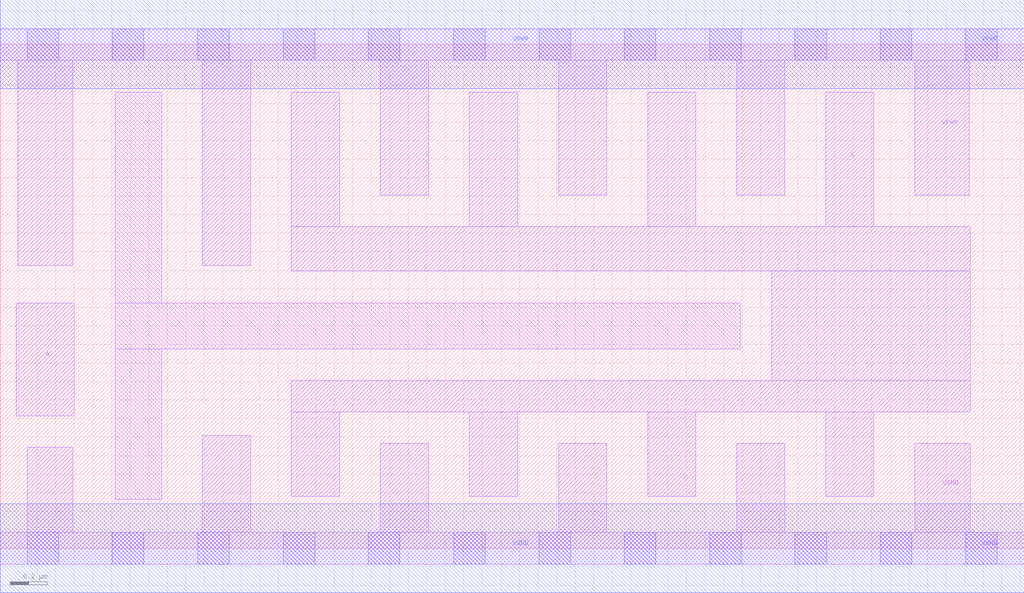
<source format=lef>
# Copyright 2020 The SkyWater PDK Authors
#
# Licensed under the Apache License, Version 2.0 (the "License");
# you may not use this file except in compliance with the License.
# You may obtain a copy of the License at
#
#     https://www.apache.org/licenses/LICENSE-2.0
#
# Unless required by applicable law or agreed to in writing, software
# distributed under the License is distributed on an "AS IS" BASIS,
# WITHOUT WARRANTIES OR CONDITIONS OF ANY KIND, either express or implied.
# See the License for the specific language governing permissions and
# limitations under the License.
#
# SPDX-License-Identifier: Apache-2.0

VERSION 5.7 ;
  NAMESCASESENSITIVE ON ;
  NOWIREEXTENSIONATPIN ON ;
  DIVIDERCHAR "/" ;
  BUSBITCHARS "[]" ;
UNITS
  DATABASE MICRONS 200 ;
END UNITS
PROPERTYDEFINITIONS
  MACRO maskLayoutSubType STRING ;
  MACRO prCellType STRING ;
  MACRO originalViewName STRING ;
END PROPERTYDEFINITIONS
MACRO sky130_fd_sc_hdll__clkbuf_8
  CLASS CORE ;
  FOREIGN sky130_fd_sc_hdll__clkbuf_8 ;
  ORIGIN  0.000000  0.000000 ;
  SIZE  5.520000 BY  2.720000 ;
  SYMMETRY X Y R90 ;
  SITE unithd ;
  PIN A
    ANTENNAGATEAREA  0.486000 ;
    DIRECTION INPUT ;
    USE SIGNAL ;
    PORT
      LAYER li1 ;
        RECT 0.085000 0.715000 0.400000 1.325000 ;
    END
  END A
  PIN VGND
    ANTENNADIFFAREA  0.779100 ;
    DIRECTION INOUT ;
    USE SIGNAL ;
    PORT
      LAYER li1 ;
        RECT 0.000000 -0.085000 5.520000 0.085000 ;
        RECT 0.145000  0.085000 0.390000 0.545000 ;
        RECT 1.090000  0.085000 1.350000 0.610000 ;
        RECT 2.050000  0.085000 2.310000 0.565000 ;
        RECT 3.010000  0.085000 3.270000 0.565000 ;
        RECT 3.970000  0.085000 4.230000 0.565000 ;
        RECT 4.930000  0.085000 5.230000 0.565000 ;
      LAYER mcon ;
        RECT 0.145000 -0.085000 0.315000 0.085000 ;
        RECT 0.605000 -0.085000 0.775000 0.085000 ;
        RECT 1.065000 -0.085000 1.235000 0.085000 ;
        RECT 1.525000 -0.085000 1.695000 0.085000 ;
        RECT 1.985000 -0.085000 2.155000 0.085000 ;
        RECT 2.445000 -0.085000 2.615000 0.085000 ;
        RECT 2.905000 -0.085000 3.075000 0.085000 ;
        RECT 3.365000 -0.085000 3.535000 0.085000 ;
        RECT 3.825000 -0.085000 3.995000 0.085000 ;
        RECT 4.285000 -0.085000 4.455000 0.085000 ;
        RECT 4.745000 -0.085000 4.915000 0.085000 ;
        RECT 5.205000 -0.085000 5.375000 0.085000 ;
      LAYER met1 ;
        RECT 0.000000 -0.240000 5.520000 0.240000 ;
    END
  END VGND
  PIN VPWR
    ANTENNADIFFAREA  1.750000 ;
    DIRECTION INOUT ;
    USE SIGNAL ;
    PORT
      LAYER li1 ;
        RECT 0.000000 2.635000 5.520000 2.805000 ;
        RECT 0.095000 1.525000 0.390000 2.635000 ;
        RECT 1.090000 1.525000 1.350000 2.635000 ;
        RECT 2.050000 1.905000 2.310000 2.635000 ;
        RECT 3.010000 1.905000 3.270000 2.635000 ;
        RECT 3.970000 1.905000 4.230000 2.635000 ;
        RECT 4.930000 1.905000 5.225000 2.635000 ;
      LAYER mcon ;
        RECT 0.145000 2.635000 0.315000 2.805000 ;
        RECT 0.605000 2.635000 0.775000 2.805000 ;
        RECT 1.065000 2.635000 1.235000 2.805000 ;
        RECT 1.525000 2.635000 1.695000 2.805000 ;
        RECT 1.985000 2.635000 2.155000 2.805000 ;
        RECT 2.445000 2.635000 2.615000 2.805000 ;
        RECT 2.905000 2.635000 3.075000 2.805000 ;
        RECT 3.365000 2.635000 3.535000 2.805000 ;
        RECT 3.825000 2.635000 3.995000 2.805000 ;
        RECT 4.285000 2.635000 4.455000 2.805000 ;
        RECT 4.745000 2.635000 4.915000 2.805000 ;
        RECT 5.205000 2.635000 5.375000 2.805000 ;
      LAYER met1 ;
        RECT 0.000000 2.480000 5.520000 2.960000 ;
    END
  END VPWR
  PIN X
    ANTENNADIFFAREA  1.775400 ;
    DIRECTION OUTPUT ;
    USE SIGNAL ;
    PORT
      LAYER li1 ;
        RECT 1.570000 0.280000 1.830000 0.735000 ;
        RECT 1.570000 0.735000 5.230000 0.905000 ;
        RECT 1.570000 1.495000 5.230000 1.735000 ;
        RECT 1.570000 1.735000 1.830000 2.460000 ;
        RECT 2.530000 0.280000 2.790000 0.735000 ;
        RECT 2.530000 1.735000 2.790000 2.460000 ;
        RECT 3.490000 0.280000 3.750000 0.735000 ;
        RECT 3.490000 1.735000 3.750000 2.460000 ;
        RECT 4.160000 0.905000 5.230000 1.495000 ;
        RECT 4.450000 0.280000 4.710000 0.735000 ;
        RECT 4.450000 1.735000 4.710000 2.460000 ;
    END
  END X
  OBS
    LAYER li1 ;
      RECT 0.620000 0.265000 0.870000 1.075000 ;
      RECT 0.620000 1.075000 3.990000 1.325000 ;
      RECT 0.620000 1.325000 0.870000 2.460000 ;
  END
  PROPERTY maskLayoutSubType "abstract" ;
  PROPERTY prCellType "standard" ;
  PROPERTY originalViewName "layout" ;
END sky130_fd_sc_hdll__clkbuf_8

</source>
